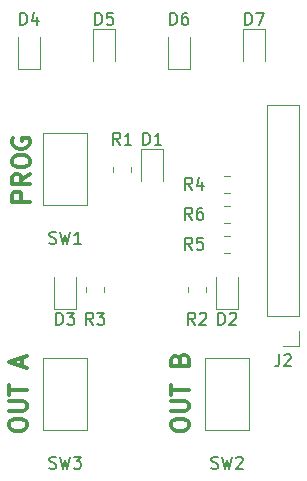
<source format=gbr>
%TF.GenerationSoftware,KiCad,Pcbnew,8.0.1*%
%TF.CreationDate,2024-04-28T14:25:20+02:00*%
%TF.ProjectId,top_led_btn_2MU_TOP,746f705f-6c65-4645-9f62-746e5f324d55,rev?*%
%TF.SameCoordinates,Original*%
%TF.FileFunction,Legend,Top*%
%TF.FilePolarity,Positive*%
%FSLAX46Y46*%
G04 Gerber Fmt 4.6, Leading zero omitted, Abs format (unit mm)*
G04 Created by KiCad (PCBNEW 8.0.1) date 2024-04-28 14:25:20*
%MOMM*%
%LPD*%
G01*
G04 APERTURE LIST*
%ADD10C,0.300000*%
%ADD11C,0.150000*%
%ADD12C,0.120000*%
G04 APERTURE END LIST*
D10*
X117172828Y-110665774D02*
X117172828Y-110380060D01*
X117172828Y-110380060D02*
X117244257Y-110237203D01*
X117244257Y-110237203D02*
X117387114Y-110094346D01*
X117387114Y-110094346D02*
X117672828Y-110022917D01*
X117672828Y-110022917D02*
X118172828Y-110022917D01*
X118172828Y-110022917D02*
X118458542Y-110094346D01*
X118458542Y-110094346D02*
X118601400Y-110237203D01*
X118601400Y-110237203D02*
X118672828Y-110380060D01*
X118672828Y-110380060D02*
X118672828Y-110665774D01*
X118672828Y-110665774D02*
X118601400Y-110808632D01*
X118601400Y-110808632D02*
X118458542Y-110951489D01*
X118458542Y-110951489D02*
X118172828Y-111022917D01*
X118172828Y-111022917D02*
X117672828Y-111022917D01*
X117672828Y-111022917D02*
X117387114Y-110951489D01*
X117387114Y-110951489D02*
X117244257Y-110808632D01*
X117244257Y-110808632D02*
X117172828Y-110665774D01*
X117172828Y-109380060D02*
X118387114Y-109380060D01*
X118387114Y-109380060D02*
X118529971Y-109308631D01*
X118529971Y-109308631D02*
X118601400Y-109237203D01*
X118601400Y-109237203D02*
X118672828Y-109094345D01*
X118672828Y-109094345D02*
X118672828Y-108808631D01*
X118672828Y-108808631D02*
X118601400Y-108665774D01*
X118601400Y-108665774D02*
X118529971Y-108594345D01*
X118529971Y-108594345D02*
X118387114Y-108522917D01*
X118387114Y-108522917D02*
X117172828Y-108522917D01*
X117172828Y-108022916D02*
X117172828Y-107165774D01*
X118672828Y-107594345D02*
X117172828Y-107594345D01*
X117887114Y-105022917D02*
X117958542Y-104808631D01*
X117958542Y-104808631D02*
X118029971Y-104737202D01*
X118029971Y-104737202D02*
X118172828Y-104665774D01*
X118172828Y-104665774D02*
X118387114Y-104665774D01*
X118387114Y-104665774D02*
X118529971Y-104737202D01*
X118529971Y-104737202D02*
X118601400Y-104808631D01*
X118601400Y-104808631D02*
X118672828Y-104951488D01*
X118672828Y-104951488D02*
X118672828Y-105522917D01*
X118672828Y-105522917D02*
X117172828Y-105522917D01*
X117172828Y-105522917D02*
X117172828Y-105022917D01*
X117172828Y-105022917D02*
X117244257Y-104880060D01*
X117244257Y-104880060D02*
X117315685Y-104808631D01*
X117315685Y-104808631D02*
X117458542Y-104737202D01*
X117458542Y-104737202D02*
X117601400Y-104737202D01*
X117601400Y-104737202D02*
X117744257Y-104808631D01*
X117744257Y-104808631D02*
X117815685Y-104880060D01*
X117815685Y-104880060D02*
X117887114Y-105022917D01*
X117887114Y-105022917D02*
X117887114Y-105522917D01*
X103456828Y-110665774D02*
X103456828Y-110380060D01*
X103456828Y-110380060D02*
X103528257Y-110237203D01*
X103528257Y-110237203D02*
X103671114Y-110094346D01*
X103671114Y-110094346D02*
X103956828Y-110022917D01*
X103956828Y-110022917D02*
X104456828Y-110022917D01*
X104456828Y-110022917D02*
X104742542Y-110094346D01*
X104742542Y-110094346D02*
X104885400Y-110237203D01*
X104885400Y-110237203D02*
X104956828Y-110380060D01*
X104956828Y-110380060D02*
X104956828Y-110665774D01*
X104956828Y-110665774D02*
X104885400Y-110808632D01*
X104885400Y-110808632D02*
X104742542Y-110951489D01*
X104742542Y-110951489D02*
X104456828Y-111022917D01*
X104456828Y-111022917D02*
X103956828Y-111022917D01*
X103956828Y-111022917D02*
X103671114Y-110951489D01*
X103671114Y-110951489D02*
X103528257Y-110808632D01*
X103528257Y-110808632D02*
X103456828Y-110665774D01*
X103456828Y-109380060D02*
X104671114Y-109380060D01*
X104671114Y-109380060D02*
X104813971Y-109308631D01*
X104813971Y-109308631D02*
X104885400Y-109237203D01*
X104885400Y-109237203D02*
X104956828Y-109094345D01*
X104956828Y-109094345D02*
X104956828Y-108808631D01*
X104956828Y-108808631D02*
X104885400Y-108665774D01*
X104885400Y-108665774D02*
X104813971Y-108594345D01*
X104813971Y-108594345D02*
X104671114Y-108522917D01*
X104671114Y-108522917D02*
X103456828Y-108522917D01*
X103456828Y-108022916D02*
X103456828Y-107165774D01*
X104956828Y-107594345D02*
X103456828Y-107594345D01*
X104528257Y-105594345D02*
X104528257Y-104880060D01*
X104956828Y-105737202D02*
X103456828Y-105237202D01*
X103456828Y-105237202D02*
X104956828Y-104737202D01*
X105210828Y-91647489D02*
X103710828Y-91647489D01*
X103710828Y-91647489D02*
X103710828Y-91076060D01*
X103710828Y-91076060D02*
X103782257Y-90933203D01*
X103782257Y-90933203D02*
X103853685Y-90861774D01*
X103853685Y-90861774D02*
X103996542Y-90790346D01*
X103996542Y-90790346D02*
X104210828Y-90790346D01*
X104210828Y-90790346D02*
X104353685Y-90861774D01*
X104353685Y-90861774D02*
X104425114Y-90933203D01*
X104425114Y-90933203D02*
X104496542Y-91076060D01*
X104496542Y-91076060D02*
X104496542Y-91647489D01*
X105210828Y-89290346D02*
X104496542Y-89790346D01*
X105210828Y-90147489D02*
X103710828Y-90147489D01*
X103710828Y-90147489D02*
X103710828Y-89576060D01*
X103710828Y-89576060D02*
X103782257Y-89433203D01*
X103782257Y-89433203D02*
X103853685Y-89361774D01*
X103853685Y-89361774D02*
X103996542Y-89290346D01*
X103996542Y-89290346D02*
X104210828Y-89290346D01*
X104210828Y-89290346D02*
X104353685Y-89361774D01*
X104353685Y-89361774D02*
X104425114Y-89433203D01*
X104425114Y-89433203D02*
X104496542Y-89576060D01*
X104496542Y-89576060D02*
X104496542Y-90147489D01*
X103710828Y-88361774D02*
X103710828Y-88076060D01*
X103710828Y-88076060D02*
X103782257Y-87933203D01*
X103782257Y-87933203D02*
X103925114Y-87790346D01*
X103925114Y-87790346D02*
X104210828Y-87718917D01*
X104210828Y-87718917D02*
X104710828Y-87718917D01*
X104710828Y-87718917D02*
X104996542Y-87790346D01*
X104996542Y-87790346D02*
X105139400Y-87933203D01*
X105139400Y-87933203D02*
X105210828Y-88076060D01*
X105210828Y-88076060D02*
X105210828Y-88361774D01*
X105210828Y-88361774D02*
X105139400Y-88504632D01*
X105139400Y-88504632D02*
X104996542Y-88647489D01*
X104996542Y-88647489D02*
X104710828Y-88718917D01*
X104710828Y-88718917D02*
X104210828Y-88718917D01*
X104210828Y-88718917D02*
X103925114Y-88647489D01*
X103925114Y-88647489D02*
X103782257Y-88504632D01*
X103782257Y-88504632D02*
X103710828Y-88361774D01*
X103782257Y-86290345D02*
X103710828Y-86433203D01*
X103710828Y-86433203D02*
X103710828Y-86647488D01*
X103710828Y-86647488D02*
X103782257Y-86861774D01*
X103782257Y-86861774D02*
X103925114Y-87004631D01*
X103925114Y-87004631D02*
X104067971Y-87076060D01*
X104067971Y-87076060D02*
X104353685Y-87147488D01*
X104353685Y-87147488D02*
X104567971Y-87147488D01*
X104567971Y-87147488D02*
X104853685Y-87076060D01*
X104853685Y-87076060D02*
X104996542Y-87004631D01*
X104996542Y-87004631D02*
X105139400Y-86861774D01*
X105139400Y-86861774D02*
X105210828Y-86647488D01*
X105210828Y-86647488D02*
X105210828Y-86504631D01*
X105210828Y-86504631D02*
X105139400Y-86290345D01*
X105139400Y-86290345D02*
X105067971Y-86218917D01*
X105067971Y-86218917D02*
X104567971Y-86218917D01*
X104567971Y-86218917D02*
X104567971Y-86504631D01*
D11*
X117117905Y-76654819D02*
X117117905Y-75654819D01*
X117117905Y-75654819D02*
X117356000Y-75654819D01*
X117356000Y-75654819D02*
X117498857Y-75702438D01*
X117498857Y-75702438D02*
X117594095Y-75797676D01*
X117594095Y-75797676D02*
X117641714Y-75892914D01*
X117641714Y-75892914D02*
X117689333Y-76083390D01*
X117689333Y-76083390D02*
X117689333Y-76226247D01*
X117689333Y-76226247D02*
X117641714Y-76416723D01*
X117641714Y-76416723D02*
X117594095Y-76511961D01*
X117594095Y-76511961D02*
X117498857Y-76607200D01*
X117498857Y-76607200D02*
X117356000Y-76654819D01*
X117356000Y-76654819D02*
X117117905Y-76654819D01*
X118546476Y-75654819D02*
X118356000Y-75654819D01*
X118356000Y-75654819D02*
X118260762Y-75702438D01*
X118260762Y-75702438D02*
X118213143Y-75750057D01*
X118213143Y-75750057D02*
X118117905Y-75892914D01*
X118117905Y-75892914D02*
X118070286Y-76083390D01*
X118070286Y-76083390D02*
X118070286Y-76464342D01*
X118070286Y-76464342D02*
X118117905Y-76559580D01*
X118117905Y-76559580D02*
X118165524Y-76607200D01*
X118165524Y-76607200D02*
X118260762Y-76654819D01*
X118260762Y-76654819D02*
X118451238Y-76654819D01*
X118451238Y-76654819D02*
X118546476Y-76607200D01*
X118546476Y-76607200D02*
X118594095Y-76559580D01*
X118594095Y-76559580D02*
X118641714Y-76464342D01*
X118641714Y-76464342D02*
X118641714Y-76226247D01*
X118641714Y-76226247D02*
X118594095Y-76131009D01*
X118594095Y-76131009D02*
X118546476Y-76083390D01*
X118546476Y-76083390D02*
X118451238Y-76035771D01*
X118451238Y-76035771D02*
X118260762Y-76035771D01*
X118260762Y-76035771D02*
X118165524Y-76083390D01*
X118165524Y-76083390D02*
X118117905Y-76131009D01*
X118117905Y-76131009D02*
X118070286Y-76226247D01*
X114831905Y-86814819D02*
X114831905Y-85814819D01*
X114831905Y-85814819D02*
X115070000Y-85814819D01*
X115070000Y-85814819D02*
X115212857Y-85862438D01*
X115212857Y-85862438D02*
X115308095Y-85957676D01*
X115308095Y-85957676D02*
X115355714Y-86052914D01*
X115355714Y-86052914D02*
X115403333Y-86243390D01*
X115403333Y-86243390D02*
X115403333Y-86386247D01*
X115403333Y-86386247D02*
X115355714Y-86576723D01*
X115355714Y-86576723D02*
X115308095Y-86671961D01*
X115308095Y-86671961D02*
X115212857Y-86767200D01*
X115212857Y-86767200D02*
X115070000Y-86814819D01*
X115070000Y-86814819D02*
X114831905Y-86814819D01*
X116355714Y-86814819D02*
X115784286Y-86814819D01*
X116070000Y-86814819D02*
X116070000Y-85814819D01*
X116070000Y-85814819D02*
X115974762Y-85957676D01*
X115974762Y-85957676D02*
X115879524Y-86052914D01*
X115879524Y-86052914D02*
X115784286Y-86100533D01*
X106870667Y-114199200D02*
X107013524Y-114246819D01*
X107013524Y-114246819D02*
X107251619Y-114246819D01*
X107251619Y-114246819D02*
X107346857Y-114199200D01*
X107346857Y-114199200D02*
X107394476Y-114151580D01*
X107394476Y-114151580D02*
X107442095Y-114056342D01*
X107442095Y-114056342D02*
X107442095Y-113961104D01*
X107442095Y-113961104D02*
X107394476Y-113865866D01*
X107394476Y-113865866D02*
X107346857Y-113818247D01*
X107346857Y-113818247D02*
X107251619Y-113770628D01*
X107251619Y-113770628D02*
X107061143Y-113723009D01*
X107061143Y-113723009D02*
X106965905Y-113675390D01*
X106965905Y-113675390D02*
X106918286Y-113627771D01*
X106918286Y-113627771D02*
X106870667Y-113532533D01*
X106870667Y-113532533D02*
X106870667Y-113437295D01*
X106870667Y-113437295D02*
X106918286Y-113342057D01*
X106918286Y-113342057D02*
X106965905Y-113294438D01*
X106965905Y-113294438D02*
X107061143Y-113246819D01*
X107061143Y-113246819D02*
X107299238Y-113246819D01*
X107299238Y-113246819D02*
X107442095Y-113294438D01*
X107775429Y-113246819D02*
X108013524Y-114246819D01*
X108013524Y-114246819D02*
X108204000Y-113532533D01*
X108204000Y-113532533D02*
X108394476Y-114246819D01*
X108394476Y-114246819D02*
X108632572Y-113246819D01*
X108918286Y-113246819D02*
X109537333Y-113246819D01*
X109537333Y-113246819D02*
X109204000Y-113627771D01*
X109204000Y-113627771D02*
X109346857Y-113627771D01*
X109346857Y-113627771D02*
X109442095Y-113675390D01*
X109442095Y-113675390D02*
X109489714Y-113723009D01*
X109489714Y-113723009D02*
X109537333Y-113818247D01*
X109537333Y-113818247D02*
X109537333Y-114056342D01*
X109537333Y-114056342D02*
X109489714Y-114151580D01*
X109489714Y-114151580D02*
X109442095Y-114199200D01*
X109442095Y-114199200D02*
X109346857Y-114246819D01*
X109346857Y-114246819D02*
X109061143Y-114246819D01*
X109061143Y-114246819D02*
X108965905Y-114199200D01*
X108965905Y-114199200D02*
X108918286Y-114151580D01*
X123467905Y-76654819D02*
X123467905Y-75654819D01*
X123467905Y-75654819D02*
X123706000Y-75654819D01*
X123706000Y-75654819D02*
X123848857Y-75702438D01*
X123848857Y-75702438D02*
X123944095Y-75797676D01*
X123944095Y-75797676D02*
X123991714Y-75892914D01*
X123991714Y-75892914D02*
X124039333Y-76083390D01*
X124039333Y-76083390D02*
X124039333Y-76226247D01*
X124039333Y-76226247D02*
X123991714Y-76416723D01*
X123991714Y-76416723D02*
X123944095Y-76511961D01*
X123944095Y-76511961D02*
X123848857Y-76607200D01*
X123848857Y-76607200D02*
X123706000Y-76654819D01*
X123706000Y-76654819D02*
X123467905Y-76654819D01*
X124372667Y-75654819D02*
X125039333Y-75654819D01*
X125039333Y-75654819D02*
X124610762Y-76654819D01*
X110577333Y-102054819D02*
X110244000Y-101578628D01*
X110005905Y-102054819D02*
X110005905Y-101054819D01*
X110005905Y-101054819D02*
X110386857Y-101054819D01*
X110386857Y-101054819D02*
X110482095Y-101102438D01*
X110482095Y-101102438D02*
X110529714Y-101150057D01*
X110529714Y-101150057D02*
X110577333Y-101245295D01*
X110577333Y-101245295D02*
X110577333Y-101388152D01*
X110577333Y-101388152D02*
X110529714Y-101483390D01*
X110529714Y-101483390D02*
X110482095Y-101531009D01*
X110482095Y-101531009D02*
X110386857Y-101578628D01*
X110386857Y-101578628D02*
X110005905Y-101578628D01*
X110910667Y-101054819D02*
X111529714Y-101054819D01*
X111529714Y-101054819D02*
X111196381Y-101435771D01*
X111196381Y-101435771D02*
X111339238Y-101435771D01*
X111339238Y-101435771D02*
X111434476Y-101483390D01*
X111434476Y-101483390D02*
X111482095Y-101531009D01*
X111482095Y-101531009D02*
X111529714Y-101626247D01*
X111529714Y-101626247D02*
X111529714Y-101864342D01*
X111529714Y-101864342D02*
X111482095Y-101959580D01*
X111482095Y-101959580D02*
X111434476Y-102007200D01*
X111434476Y-102007200D02*
X111339238Y-102054819D01*
X111339238Y-102054819D02*
X111053524Y-102054819D01*
X111053524Y-102054819D02*
X110958286Y-102007200D01*
X110958286Y-102007200D02*
X110910667Y-101959580D01*
X118959333Y-90624819D02*
X118626000Y-90148628D01*
X118387905Y-90624819D02*
X118387905Y-89624819D01*
X118387905Y-89624819D02*
X118768857Y-89624819D01*
X118768857Y-89624819D02*
X118864095Y-89672438D01*
X118864095Y-89672438D02*
X118911714Y-89720057D01*
X118911714Y-89720057D02*
X118959333Y-89815295D01*
X118959333Y-89815295D02*
X118959333Y-89958152D01*
X118959333Y-89958152D02*
X118911714Y-90053390D01*
X118911714Y-90053390D02*
X118864095Y-90101009D01*
X118864095Y-90101009D02*
X118768857Y-90148628D01*
X118768857Y-90148628D02*
X118387905Y-90148628D01*
X119816476Y-89958152D02*
X119816476Y-90624819D01*
X119578381Y-89577200D02*
X119340286Y-90291485D01*
X119340286Y-90291485D02*
X119959333Y-90291485D01*
X112863333Y-86814819D02*
X112530000Y-86338628D01*
X112291905Y-86814819D02*
X112291905Y-85814819D01*
X112291905Y-85814819D02*
X112672857Y-85814819D01*
X112672857Y-85814819D02*
X112768095Y-85862438D01*
X112768095Y-85862438D02*
X112815714Y-85910057D01*
X112815714Y-85910057D02*
X112863333Y-86005295D01*
X112863333Y-86005295D02*
X112863333Y-86148152D01*
X112863333Y-86148152D02*
X112815714Y-86243390D01*
X112815714Y-86243390D02*
X112768095Y-86291009D01*
X112768095Y-86291009D02*
X112672857Y-86338628D01*
X112672857Y-86338628D02*
X112291905Y-86338628D01*
X113815714Y-86814819D02*
X113244286Y-86814819D01*
X113530000Y-86814819D02*
X113530000Y-85814819D01*
X113530000Y-85814819D02*
X113434762Y-85957676D01*
X113434762Y-85957676D02*
X113339524Y-86052914D01*
X113339524Y-86052914D02*
X113244286Y-86100533D01*
X119213333Y-102054819D02*
X118880000Y-101578628D01*
X118641905Y-102054819D02*
X118641905Y-101054819D01*
X118641905Y-101054819D02*
X119022857Y-101054819D01*
X119022857Y-101054819D02*
X119118095Y-101102438D01*
X119118095Y-101102438D02*
X119165714Y-101150057D01*
X119165714Y-101150057D02*
X119213333Y-101245295D01*
X119213333Y-101245295D02*
X119213333Y-101388152D01*
X119213333Y-101388152D02*
X119165714Y-101483390D01*
X119165714Y-101483390D02*
X119118095Y-101531009D01*
X119118095Y-101531009D02*
X119022857Y-101578628D01*
X119022857Y-101578628D02*
X118641905Y-101578628D01*
X119594286Y-101150057D02*
X119641905Y-101102438D01*
X119641905Y-101102438D02*
X119737143Y-101054819D01*
X119737143Y-101054819D02*
X119975238Y-101054819D01*
X119975238Y-101054819D02*
X120070476Y-101102438D01*
X120070476Y-101102438D02*
X120118095Y-101150057D01*
X120118095Y-101150057D02*
X120165714Y-101245295D01*
X120165714Y-101245295D02*
X120165714Y-101340533D01*
X120165714Y-101340533D02*
X120118095Y-101483390D01*
X120118095Y-101483390D02*
X119546667Y-102054819D01*
X119546667Y-102054819D02*
X120165714Y-102054819D01*
X118959333Y-95704819D02*
X118626000Y-95228628D01*
X118387905Y-95704819D02*
X118387905Y-94704819D01*
X118387905Y-94704819D02*
X118768857Y-94704819D01*
X118768857Y-94704819D02*
X118864095Y-94752438D01*
X118864095Y-94752438D02*
X118911714Y-94800057D01*
X118911714Y-94800057D02*
X118959333Y-94895295D01*
X118959333Y-94895295D02*
X118959333Y-95038152D01*
X118959333Y-95038152D02*
X118911714Y-95133390D01*
X118911714Y-95133390D02*
X118864095Y-95181009D01*
X118864095Y-95181009D02*
X118768857Y-95228628D01*
X118768857Y-95228628D02*
X118387905Y-95228628D01*
X119864095Y-94704819D02*
X119387905Y-94704819D01*
X119387905Y-94704819D02*
X119340286Y-95181009D01*
X119340286Y-95181009D02*
X119387905Y-95133390D01*
X119387905Y-95133390D02*
X119483143Y-95085771D01*
X119483143Y-95085771D02*
X119721238Y-95085771D01*
X119721238Y-95085771D02*
X119816476Y-95133390D01*
X119816476Y-95133390D02*
X119864095Y-95181009D01*
X119864095Y-95181009D02*
X119911714Y-95276247D01*
X119911714Y-95276247D02*
X119911714Y-95514342D01*
X119911714Y-95514342D02*
X119864095Y-95609580D01*
X119864095Y-95609580D02*
X119816476Y-95657200D01*
X119816476Y-95657200D02*
X119721238Y-95704819D01*
X119721238Y-95704819D02*
X119483143Y-95704819D01*
X119483143Y-95704819D02*
X119387905Y-95657200D01*
X119387905Y-95657200D02*
X119340286Y-95609580D01*
X106870667Y-95149200D02*
X107013524Y-95196819D01*
X107013524Y-95196819D02*
X107251619Y-95196819D01*
X107251619Y-95196819D02*
X107346857Y-95149200D01*
X107346857Y-95149200D02*
X107394476Y-95101580D01*
X107394476Y-95101580D02*
X107442095Y-95006342D01*
X107442095Y-95006342D02*
X107442095Y-94911104D01*
X107442095Y-94911104D02*
X107394476Y-94815866D01*
X107394476Y-94815866D02*
X107346857Y-94768247D01*
X107346857Y-94768247D02*
X107251619Y-94720628D01*
X107251619Y-94720628D02*
X107061143Y-94673009D01*
X107061143Y-94673009D02*
X106965905Y-94625390D01*
X106965905Y-94625390D02*
X106918286Y-94577771D01*
X106918286Y-94577771D02*
X106870667Y-94482533D01*
X106870667Y-94482533D02*
X106870667Y-94387295D01*
X106870667Y-94387295D02*
X106918286Y-94292057D01*
X106918286Y-94292057D02*
X106965905Y-94244438D01*
X106965905Y-94244438D02*
X107061143Y-94196819D01*
X107061143Y-94196819D02*
X107299238Y-94196819D01*
X107299238Y-94196819D02*
X107442095Y-94244438D01*
X107775429Y-94196819D02*
X108013524Y-95196819D01*
X108013524Y-95196819D02*
X108204000Y-94482533D01*
X108204000Y-94482533D02*
X108394476Y-95196819D01*
X108394476Y-95196819D02*
X108632572Y-94196819D01*
X109537333Y-95196819D02*
X108965905Y-95196819D01*
X109251619Y-95196819D02*
X109251619Y-94196819D01*
X109251619Y-94196819D02*
X109156381Y-94339676D01*
X109156381Y-94339676D02*
X109061143Y-94434914D01*
X109061143Y-94434914D02*
X108965905Y-94482533D01*
X110767905Y-76654819D02*
X110767905Y-75654819D01*
X110767905Y-75654819D02*
X111006000Y-75654819D01*
X111006000Y-75654819D02*
X111148857Y-75702438D01*
X111148857Y-75702438D02*
X111244095Y-75797676D01*
X111244095Y-75797676D02*
X111291714Y-75892914D01*
X111291714Y-75892914D02*
X111339333Y-76083390D01*
X111339333Y-76083390D02*
X111339333Y-76226247D01*
X111339333Y-76226247D02*
X111291714Y-76416723D01*
X111291714Y-76416723D02*
X111244095Y-76511961D01*
X111244095Y-76511961D02*
X111148857Y-76607200D01*
X111148857Y-76607200D02*
X111006000Y-76654819D01*
X111006000Y-76654819D02*
X110767905Y-76654819D01*
X112244095Y-75654819D02*
X111767905Y-75654819D01*
X111767905Y-75654819D02*
X111720286Y-76131009D01*
X111720286Y-76131009D02*
X111767905Y-76083390D01*
X111767905Y-76083390D02*
X111863143Y-76035771D01*
X111863143Y-76035771D02*
X112101238Y-76035771D01*
X112101238Y-76035771D02*
X112196476Y-76083390D01*
X112196476Y-76083390D02*
X112244095Y-76131009D01*
X112244095Y-76131009D02*
X112291714Y-76226247D01*
X112291714Y-76226247D02*
X112291714Y-76464342D01*
X112291714Y-76464342D02*
X112244095Y-76559580D01*
X112244095Y-76559580D02*
X112196476Y-76607200D01*
X112196476Y-76607200D02*
X112101238Y-76654819D01*
X112101238Y-76654819D02*
X111863143Y-76654819D01*
X111863143Y-76654819D02*
X111767905Y-76607200D01*
X111767905Y-76607200D02*
X111720286Y-76559580D01*
X118959333Y-93164819D02*
X118626000Y-92688628D01*
X118387905Y-93164819D02*
X118387905Y-92164819D01*
X118387905Y-92164819D02*
X118768857Y-92164819D01*
X118768857Y-92164819D02*
X118864095Y-92212438D01*
X118864095Y-92212438D02*
X118911714Y-92260057D01*
X118911714Y-92260057D02*
X118959333Y-92355295D01*
X118959333Y-92355295D02*
X118959333Y-92498152D01*
X118959333Y-92498152D02*
X118911714Y-92593390D01*
X118911714Y-92593390D02*
X118864095Y-92641009D01*
X118864095Y-92641009D02*
X118768857Y-92688628D01*
X118768857Y-92688628D02*
X118387905Y-92688628D01*
X119816476Y-92164819D02*
X119626000Y-92164819D01*
X119626000Y-92164819D02*
X119530762Y-92212438D01*
X119530762Y-92212438D02*
X119483143Y-92260057D01*
X119483143Y-92260057D02*
X119387905Y-92402914D01*
X119387905Y-92402914D02*
X119340286Y-92593390D01*
X119340286Y-92593390D02*
X119340286Y-92974342D01*
X119340286Y-92974342D02*
X119387905Y-93069580D01*
X119387905Y-93069580D02*
X119435524Y-93117200D01*
X119435524Y-93117200D02*
X119530762Y-93164819D01*
X119530762Y-93164819D02*
X119721238Y-93164819D01*
X119721238Y-93164819D02*
X119816476Y-93117200D01*
X119816476Y-93117200D02*
X119864095Y-93069580D01*
X119864095Y-93069580D02*
X119911714Y-92974342D01*
X119911714Y-92974342D02*
X119911714Y-92736247D01*
X119911714Y-92736247D02*
X119864095Y-92641009D01*
X119864095Y-92641009D02*
X119816476Y-92593390D01*
X119816476Y-92593390D02*
X119721238Y-92545771D01*
X119721238Y-92545771D02*
X119530762Y-92545771D01*
X119530762Y-92545771D02*
X119435524Y-92593390D01*
X119435524Y-92593390D02*
X119387905Y-92641009D01*
X119387905Y-92641009D02*
X119340286Y-92736247D01*
X120586667Y-114199200D02*
X120729524Y-114246819D01*
X120729524Y-114246819D02*
X120967619Y-114246819D01*
X120967619Y-114246819D02*
X121062857Y-114199200D01*
X121062857Y-114199200D02*
X121110476Y-114151580D01*
X121110476Y-114151580D02*
X121158095Y-114056342D01*
X121158095Y-114056342D02*
X121158095Y-113961104D01*
X121158095Y-113961104D02*
X121110476Y-113865866D01*
X121110476Y-113865866D02*
X121062857Y-113818247D01*
X121062857Y-113818247D02*
X120967619Y-113770628D01*
X120967619Y-113770628D02*
X120777143Y-113723009D01*
X120777143Y-113723009D02*
X120681905Y-113675390D01*
X120681905Y-113675390D02*
X120634286Y-113627771D01*
X120634286Y-113627771D02*
X120586667Y-113532533D01*
X120586667Y-113532533D02*
X120586667Y-113437295D01*
X120586667Y-113437295D02*
X120634286Y-113342057D01*
X120634286Y-113342057D02*
X120681905Y-113294438D01*
X120681905Y-113294438D02*
X120777143Y-113246819D01*
X120777143Y-113246819D02*
X121015238Y-113246819D01*
X121015238Y-113246819D02*
X121158095Y-113294438D01*
X121491429Y-113246819D02*
X121729524Y-114246819D01*
X121729524Y-114246819D02*
X121920000Y-113532533D01*
X121920000Y-113532533D02*
X122110476Y-114246819D01*
X122110476Y-114246819D02*
X122348572Y-113246819D01*
X122681905Y-113342057D02*
X122729524Y-113294438D01*
X122729524Y-113294438D02*
X122824762Y-113246819D01*
X122824762Y-113246819D02*
X123062857Y-113246819D01*
X123062857Y-113246819D02*
X123158095Y-113294438D01*
X123158095Y-113294438D02*
X123205714Y-113342057D01*
X123205714Y-113342057D02*
X123253333Y-113437295D01*
X123253333Y-113437295D02*
X123253333Y-113532533D01*
X123253333Y-113532533D02*
X123205714Y-113675390D01*
X123205714Y-113675390D02*
X122634286Y-114246819D01*
X122634286Y-114246819D02*
X123253333Y-114246819D01*
X121181905Y-102054819D02*
X121181905Y-101054819D01*
X121181905Y-101054819D02*
X121420000Y-101054819D01*
X121420000Y-101054819D02*
X121562857Y-101102438D01*
X121562857Y-101102438D02*
X121658095Y-101197676D01*
X121658095Y-101197676D02*
X121705714Y-101292914D01*
X121705714Y-101292914D02*
X121753333Y-101483390D01*
X121753333Y-101483390D02*
X121753333Y-101626247D01*
X121753333Y-101626247D02*
X121705714Y-101816723D01*
X121705714Y-101816723D02*
X121658095Y-101911961D01*
X121658095Y-101911961D02*
X121562857Y-102007200D01*
X121562857Y-102007200D02*
X121420000Y-102054819D01*
X121420000Y-102054819D02*
X121181905Y-102054819D01*
X122134286Y-101150057D02*
X122181905Y-101102438D01*
X122181905Y-101102438D02*
X122277143Y-101054819D01*
X122277143Y-101054819D02*
X122515238Y-101054819D01*
X122515238Y-101054819D02*
X122610476Y-101102438D01*
X122610476Y-101102438D02*
X122658095Y-101150057D01*
X122658095Y-101150057D02*
X122705714Y-101245295D01*
X122705714Y-101245295D02*
X122705714Y-101340533D01*
X122705714Y-101340533D02*
X122658095Y-101483390D01*
X122658095Y-101483390D02*
X122086667Y-102054819D01*
X122086667Y-102054819D02*
X122705714Y-102054819D01*
X126326666Y-104569819D02*
X126326666Y-105284104D01*
X126326666Y-105284104D02*
X126279047Y-105426961D01*
X126279047Y-105426961D02*
X126183809Y-105522200D01*
X126183809Y-105522200D02*
X126040952Y-105569819D01*
X126040952Y-105569819D02*
X125945714Y-105569819D01*
X126755238Y-104665057D02*
X126802857Y-104617438D01*
X126802857Y-104617438D02*
X126898095Y-104569819D01*
X126898095Y-104569819D02*
X127136190Y-104569819D01*
X127136190Y-104569819D02*
X127231428Y-104617438D01*
X127231428Y-104617438D02*
X127279047Y-104665057D01*
X127279047Y-104665057D02*
X127326666Y-104760295D01*
X127326666Y-104760295D02*
X127326666Y-104855533D01*
X127326666Y-104855533D02*
X127279047Y-104998390D01*
X127279047Y-104998390D02*
X126707619Y-105569819D01*
X126707619Y-105569819D02*
X127326666Y-105569819D01*
X104417905Y-76654819D02*
X104417905Y-75654819D01*
X104417905Y-75654819D02*
X104656000Y-75654819D01*
X104656000Y-75654819D02*
X104798857Y-75702438D01*
X104798857Y-75702438D02*
X104894095Y-75797676D01*
X104894095Y-75797676D02*
X104941714Y-75892914D01*
X104941714Y-75892914D02*
X104989333Y-76083390D01*
X104989333Y-76083390D02*
X104989333Y-76226247D01*
X104989333Y-76226247D02*
X104941714Y-76416723D01*
X104941714Y-76416723D02*
X104894095Y-76511961D01*
X104894095Y-76511961D02*
X104798857Y-76607200D01*
X104798857Y-76607200D02*
X104656000Y-76654819D01*
X104656000Y-76654819D02*
X104417905Y-76654819D01*
X105846476Y-75988152D02*
X105846476Y-76654819D01*
X105608381Y-75607200D02*
X105370286Y-76321485D01*
X105370286Y-76321485D02*
X105989333Y-76321485D01*
X107465905Y-102054819D02*
X107465905Y-101054819D01*
X107465905Y-101054819D02*
X107704000Y-101054819D01*
X107704000Y-101054819D02*
X107846857Y-101102438D01*
X107846857Y-101102438D02*
X107942095Y-101197676D01*
X107942095Y-101197676D02*
X107989714Y-101292914D01*
X107989714Y-101292914D02*
X108037333Y-101483390D01*
X108037333Y-101483390D02*
X108037333Y-101626247D01*
X108037333Y-101626247D02*
X107989714Y-101816723D01*
X107989714Y-101816723D02*
X107942095Y-101911961D01*
X107942095Y-101911961D02*
X107846857Y-102007200D01*
X107846857Y-102007200D02*
X107704000Y-102054819D01*
X107704000Y-102054819D02*
X107465905Y-102054819D01*
X108370667Y-101054819D02*
X108989714Y-101054819D01*
X108989714Y-101054819D02*
X108656381Y-101435771D01*
X108656381Y-101435771D02*
X108799238Y-101435771D01*
X108799238Y-101435771D02*
X108894476Y-101483390D01*
X108894476Y-101483390D02*
X108942095Y-101531009D01*
X108942095Y-101531009D02*
X108989714Y-101626247D01*
X108989714Y-101626247D02*
X108989714Y-101864342D01*
X108989714Y-101864342D02*
X108942095Y-101959580D01*
X108942095Y-101959580D02*
X108894476Y-102007200D01*
X108894476Y-102007200D02*
X108799238Y-102054819D01*
X108799238Y-102054819D02*
X108513524Y-102054819D01*
X108513524Y-102054819D02*
X108418286Y-102007200D01*
X108418286Y-102007200D02*
X108370667Y-101959580D01*
D12*
%TO.C,D6*%
X118816000Y-80425000D02*
X118816000Y-77740000D01*
X116896000Y-80425000D02*
X118816000Y-80425000D01*
X116896000Y-77740000D02*
X116896000Y-80425000D01*
%TO.C,D1*%
X114610000Y-87215000D02*
X114610000Y-89900000D01*
X116530000Y-87215000D02*
X114610000Y-87215000D01*
X116530000Y-89900000D02*
X116530000Y-87215000D01*
%TO.C,SW3*%
X106354000Y-104890000D02*
X110054000Y-104890000D01*
X106354000Y-111010000D02*
X106354000Y-104890000D01*
X110054000Y-104890000D02*
X110054000Y-111010000D01*
X110054000Y-111010000D02*
X106354000Y-111010000D01*
%TO.C,D7*%
X125166000Y-79740000D02*
X125166000Y-77055000D01*
X125166000Y-77055000D02*
X123246000Y-77055000D01*
X123246000Y-77055000D02*
X123246000Y-79740000D01*
%TO.C,R3*%
X110009000Y-99287064D02*
X110009000Y-98832936D01*
X111479000Y-99287064D02*
X111479000Y-98832936D01*
%TO.C,R4*%
X121692936Y-89435000D02*
X122147064Y-89435000D01*
X121692936Y-90905000D02*
X122147064Y-90905000D01*
%TO.C,R1*%
X112295000Y-89127064D02*
X112295000Y-88672936D01*
X113765000Y-89127064D02*
X113765000Y-88672936D01*
%TO.C,R2*%
X118645000Y-99287064D02*
X118645000Y-98832936D01*
X120115000Y-99287064D02*
X120115000Y-98832936D01*
%TO.C,R5*%
X122147064Y-94515000D02*
X121692936Y-94515000D01*
X122147064Y-95985000D02*
X121692936Y-95985000D01*
%TO.C,SW1*%
X106354000Y-85840000D02*
X110054000Y-85840000D01*
X106354000Y-91960000D02*
X106354000Y-85840000D01*
X110054000Y-85840000D02*
X110054000Y-91960000D01*
X110054000Y-91960000D02*
X106354000Y-91960000D01*
%TO.C,D5*%
X112466000Y-79740000D02*
X112466000Y-77055000D01*
X112466000Y-77055000D02*
X110546000Y-77055000D01*
X110546000Y-77055000D02*
X110546000Y-79740000D01*
%TO.C,R6*%
X121692936Y-91975000D02*
X122147064Y-91975000D01*
X121692936Y-93445000D02*
X122147064Y-93445000D01*
%TO.C,SW2*%
X120070000Y-104890000D02*
X123770000Y-104890000D01*
X120070000Y-111010000D02*
X120070000Y-104890000D01*
X123770000Y-104890000D02*
X123770000Y-111010000D01*
X123770000Y-111010000D02*
X120070000Y-111010000D01*
%TO.C,D2*%
X120960000Y-98060000D02*
X120960000Y-100745000D01*
X120960000Y-100745000D02*
X122880000Y-100745000D01*
X122880000Y-100745000D02*
X122880000Y-98060000D01*
%TO.C,J2*%
X125330000Y-101290000D02*
X125330000Y-83450000D01*
X127990000Y-83450000D02*
X125330000Y-83450000D01*
X127990000Y-101290000D02*
X125330000Y-101290000D01*
X127990000Y-101290000D02*
X127990000Y-83450000D01*
X127990000Y-102560000D02*
X127990000Y-103890000D01*
X127990000Y-103890000D02*
X126660000Y-103890000D01*
%TO.C,D4*%
X106116000Y-80425000D02*
X106116000Y-77740000D01*
X104196000Y-80425000D02*
X106116000Y-80425000D01*
X104196000Y-77740000D02*
X104196000Y-80425000D01*
%TO.C,D3*%
X107244000Y-98060000D02*
X107244000Y-100745000D01*
X107244000Y-100745000D02*
X109164000Y-100745000D01*
X109164000Y-100745000D02*
X109164000Y-98060000D01*
%TD*%
M02*

</source>
